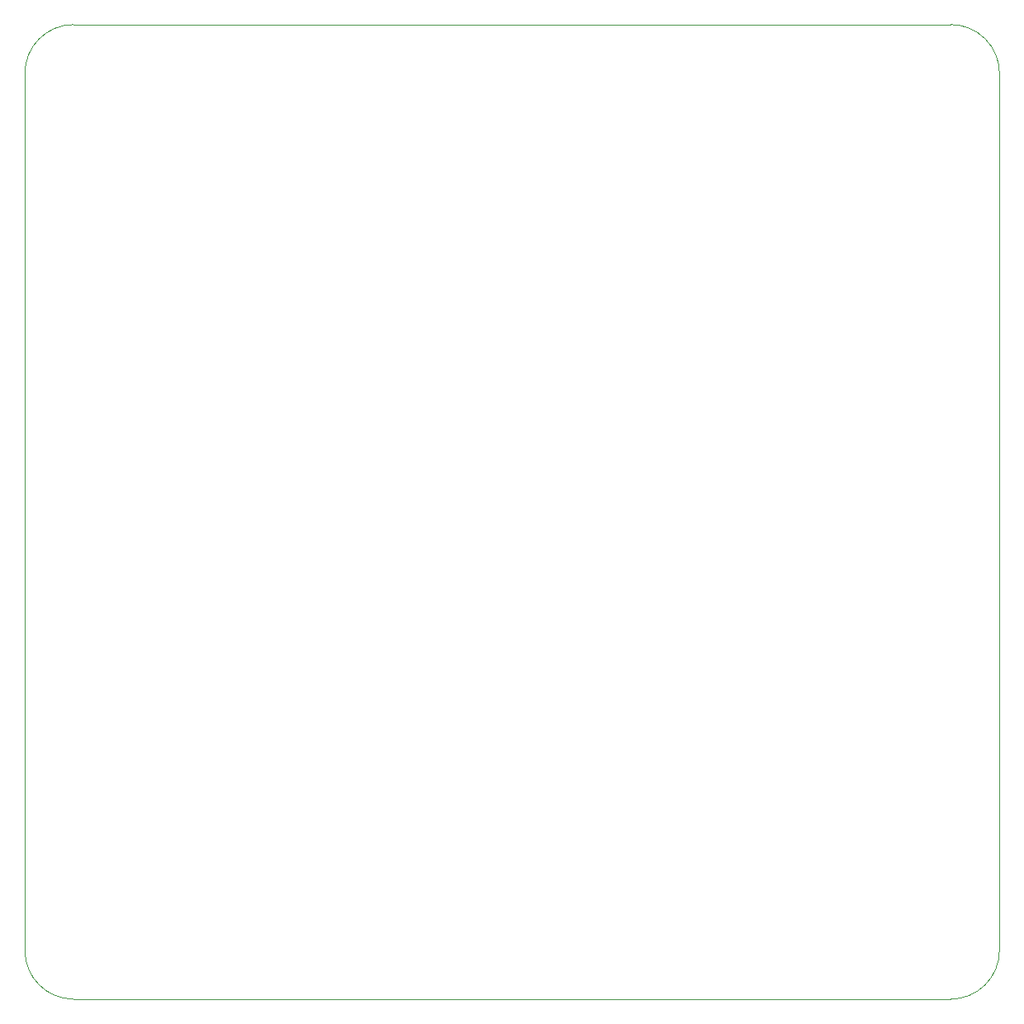
<source format=gbr>
%TF.GenerationSoftware,KiCad,Pcbnew,8.0.1*%
%TF.CreationDate,2024-05-15T20:02:36+03:00*%
%TF.ProjectId,ESP32_dual_ESC,45535033-325f-4647-9561-6c5f4553432e,rev?*%
%TF.SameCoordinates,Original*%
%TF.FileFunction,Profile,NP*%
%FSLAX46Y46*%
G04 Gerber Fmt 4.6, Leading zero omitted, Abs format (unit mm)*
G04 Created by KiCad (PCBNEW 8.0.1) date 2024-05-15 20:02:36*
%MOMM*%
%LPD*%
G01*
G04 APERTURE LIST*
%TA.AperFunction,Profile*%
%ADD10C,0.100000*%
%TD*%
G04 APERTURE END LIST*
D10*
X145000000Y-50000000D02*
G75*
G02*
X150000000Y-55000000I0J-5000000D01*
G01*
X55000000Y-150000000D02*
X145000000Y-150000000D01*
X150000000Y-55000000D02*
X150000000Y-145000000D01*
X145000000Y-50000000D02*
X55000000Y-50000000D01*
X50000000Y-55000000D02*
X50000000Y-145000000D01*
X150000000Y-145000000D02*
G75*
G02*
X145000000Y-150000000I-5000000J0D01*
G01*
X50000000Y-55000000D02*
G75*
G02*
X55000000Y-50000000I5000000J0D01*
G01*
X55000000Y-150000000D02*
G75*
G02*
X50000000Y-145000000I0J5000000D01*
G01*
M02*

</source>
